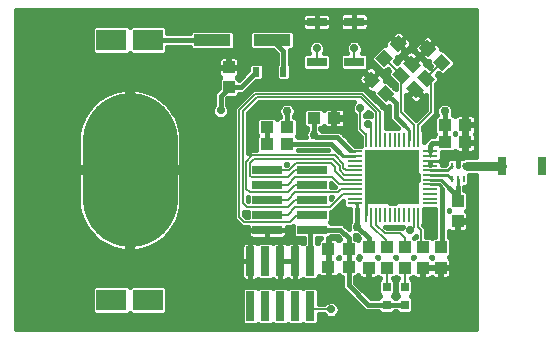
<source format=gtl>
G75*
G70*
%OFA0B0*%
%FSLAX24Y24*%
%IPPOS*%
%LPD*%
%AMOC8*
5,1,8,0,0,1.08239X$1,22.5*
%
%ADD10R,0.0512X0.0089*%
%ADD11R,0.1835X0.1835*%
%ADD12R,0.0089X0.0512*%
%ADD13R,0.0433X0.0394*%
%ADD14R,0.0394X0.0433*%
%ADD15R,0.0472X0.0394*%
%ADD16R,0.0248X0.0327*%
%ADD17R,0.0315X0.0315*%
%ADD18R,0.0291X0.0990*%
%ADD19R,0.0990X0.0291*%
%ADD20R,0.0098X0.0217*%
%ADD21R,0.0315X0.0630*%
%ADD22R,0.1240X0.0394*%
%ADD23R,0.1000X0.0700*%
%ADD24C,0.3150*%
%ADD25R,0.0669X0.0315*%
%ADD26C,0.0160*%
%ADD27C,0.0090*%
%ADD28C,0.0290*%
%ADD29C,0.0060*%
%ADD30C,0.0300*%
%ADD31C,0.0100*%
%ADD32C,0.0120*%
%ADD33C,0.0300*%
D10*
X011482Y006116D03*
X011482Y005959D03*
X011482Y005801D03*
X011482Y005644D03*
X011482Y005486D03*
X011482Y005329D03*
X011482Y005171D03*
X011482Y005014D03*
X011482Y004856D03*
X011482Y004699D03*
X011482Y004541D03*
X011482Y004384D03*
X013978Y004384D03*
X013978Y004541D03*
X013978Y004699D03*
X013978Y004856D03*
X013978Y005014D03*
X013978Y005171D03*
X013978Y005329D03*
X013978Y005486D03*
X013978Y005644D03*
X013978Y005801D03*
X013978Y005959D03*
X013978Y006116D03*
D11*
X012730Y005250D03*
D12*
X011864Y004002D03*
X012021Y004002D03*
X012179Y004002D03*
X012336Y004002D03*
X012494Y004002D03*
X012651Y004002D03*
X012809Y004002D03*
X012966Y004002D03*
X013124Y004002D03*
X013281Y004002D03*
X013439Y004002D03*
X013596Y004002D03*
X013596Y006498D03*
X013439Y006498D03*
X013281Y006498D03*
X013124Y006498D03*
X012966Y006498D03*
X012809Y006498D03*
X012651Y006498D03*
X012494Y006498D03*
X012336Y006498D03*
X012179Y006498D03*
X012021Y006498D03*
X011864Y006498D03*
D13*
X014485Y006420D03*
X015155Y006420D03*
X010117Y007230D03*
X010787Y007230D03*
X009225Y006920D03*
X008555Y006920D03*
X008555Y006370D03*
X009225Y006370D03*
X014485Y007000D03*
X015155Y007000D03*
G36*
X012504Y008335D02*
X012809Y008030D01*
X012530Y007751D01*
X012225Y008056D01*
X012504Y008335D01*
G37*
G36*
X012030Y008809D02*
X012335Y008504D01*
X012056Y008225D01*
X011751Y008530D01*
X012030Y008809D01*
G37*
G36*
X013926Y009265D02*
X013621Y009570D01*
X013900Y009849D01*
X014205Y009544D01*
X013926Y009265D01*
G37*
G36*
X014400Y008791D02*
X014095Y009096D01*
X014374Y009375D01*
X014679Y009070D01*
X014400Y008791D01*
G37*
G36*
X012635Y009694D02*
X012940Y009999D01*
X013219Y009720D01*
X012914Y009415D01*
X012635Y009694D01*
G37*
G36*
X012161Y009220D02*
X012466Y009525D01*
X012745Y009246D01*
X012440Y008941D01*
X012161Y009220D01*
G37*
X011275Y002270D03*
X010605Y002270D03*
X011275Y002870D03*
X010605Y002870D03*
D14*
X011940Y002915D03*
X011940Y002245D03*
X013740Y002245D03*
X013740Y002915D03*
X014340Y002915D03*
X014340Y002245D03*
X007277Y008248D03*
X007277Y008918D03*
X012540Y002245D03*
X012540Y002915D03*
X013140Y002245D03*
X013140Y002915D03*
X014910Y004465D03*
X014910Y003795D03*
D15*
G36*
X013831Y008860D02*
X014164Y008527D01*
X013885Y008248D01*
X013552Y008581D01*
X013831Y008860D01*
G37*
G36*
X013357Y009334D02*
X013690Y009001D01*
X013411Y008722D01*
X013078Y009055D01*
X013357Y009334D01*
G37*
G36*
X012995Y008972D02*
X013328Y008639D01*
X013049Y008360D01*
X012716Y008693D01*
X012995Y008972D01*
G37*
G36*
X013469Y008498D02*
X013802Y008165D01*
X013523Y007886D01*
X013190Y008219D01*
X013469Y008498D01*
G37*
D16*
X008197Y008768D03*
X009103Y008768D03*
D17*
X012540Y001595D03*
X012540Y001005D03*
X013140Y001595D03*
X013140Y001005D03*
D18*
X010000Y000965D03*
X009500Y000965D03*
X009000Y000965D03*
X008500Y000965D03*
X008000Y000965D03*
X008000Y002455D03*
X008500Y002455D03*
X009000Y002455D03*
X009500Y002455D03*
X010000Y002455D03*
D19*
X008565Y003500D03*
X008565Y004000D03*
X008565Y004500D03*
X008565Y005000D03*
X008565Y005500D03*
X010055Y005500D03*
X010055Y005000D03*
X010055Y004500D03*
X010055Y004000D03*
X010055Y003500D03*
D20*
X014713Y005634D03*
X014910Y005634D03*
X015107Y005634D03*
X014713Y005182D03*
X014910Y005182D03*
X015107Y005182D03*
D21*
X016394Y005635D03*
X017732Y005635D03*
D22*
X006736Y009830D03*
X008724Y009830D03*
D23*
X004590Y009831D03*
X004590Y001169D03*
X003370Y009831D03*
X003370Y001169D03*
D24*
X003980Y004516D02*
X003980Y006484D01*
D25*
X011460Y010439D03*
X011460Y009101D03*
X010210Y010429D03*
X010210Y009091D03*
D26*
X008555Y006920D02*
X008555Y006370D01*
X009225Y006370D02*
X010685Y006370D01*
X010945Y006110D01*
X007930Y004451D02*
X007910Y004470D01*
X007910Y004584D01*
X007914Y004580D01*
X007930Y004580D01*
X007930Y004451D01*
X011418Y007711D02*
X011375Y007607D01*
X011375Y007493D01*
X011418Y007389D01*
X011490Y007317D01*
X011490Y006800D01*
X011590Y006700D01*
X011679Y006610D01*
X011679Y006301D01*
X011559Y006301D01*
X011559Y006301D01*
X011490Y006301D01*
X011110Y006681D01*
X011110Y006681D01*
X010981Y006810D01*
X010376Y006810D01*
X010364Y006840D01*
X010338Y006866D01*
X010338Y006893D01*
X010392Y006893D01*
X010446Y006948D01*
X010450Y006941D01*
X010478Y006913D01*
X010512Y006893D01*
X010550Y006883D01*
X010768Y006883D01*
X010768Y007212D01*
X010805Y007212D01*
X010805Y006883D01*
X011023Y006883D01*
X011061Y006893D01*
X011095Y006913D01*
X011123Y006941D01*
X011143Y006975D01*
X011153Y007013D01*
X011153Y007212D01*
X010805Y007212D01*
X010805Y007248D01*
X011153Y007248D01*
X011153Y007447D01*
X011143Y007485D01*
X011123Y007519D01*
X011095Y007547D01*
X011061Y007567D01*
X011023Y007577D01*
X010805Y007577D01*
X010805Y007248D01*
X010768Y007248D01*
X010768Y007577D01*
X010550Y007577D01*
X010512Y007567D01*
X010478Y007547D01*
X010450Y007519D01*
X010446Y007512D01*
X010392Y007567D01*
X009843Y007567D01*
X009761Y007485D01*
X009761Y006975D01*
X009843Y006893D01*
X009898Y006893D01*
X009898Y006866D01*
X009872Y006840D01*
X009828Y006734D01*
X009828Y006618D01*
X009840Y006590D01*
X009581Y006590D01*
X009581Y006625D01*
X009561Y006645D01*
X009581Y006665D01*
X009581Y007175D01*
X009499Y007257D01*
X009445Y007257D01*
X009445Y007265D01*
X009466Y007286D01*
X009510Y007392D01*
X009510Y007508D01*
X009466Y007614D01*
X009384Y007696D01*
X009278Y007740D01*
X009162Y007740D01*
X009056Y007696D01*
X008974Y007614D01*
X008930Y007508D01*
X008930Y007392D01*
X008974Y007286D01*
X009003Y007257D01*
X008950Y007257D01*
X008890Y007197D01*
X008830Y007257D01*
X008281Y007257D01*
X008199Y007175D01*
X008199Y006665D01*
X008219Y006645D01*
X008199Y006625D01*
X008199Y006150D01*
X008000Y006150D01*
X007910Y006060D01*
X007910Y007380D01*
X008280Y007750D01*
X011457Y007750D01*
X011418Y007711D01*
X009581Y006150D02*
X010594Y006150D01*
X010594Y006150D01*
X009581Y006150D01*
X009581Y006150D01*
X009200Y005670D02*
X009200Y005690D01*
X009230Y005690D01*
X009210Y005670D01*
X009200Y005670D01*
X010690Y005049D02*
X010820Y004920D01*
X010690Y004920D01*
X010690Y005049D01*
X011086Y004281D02*
X011168Y004199D01*
X011320Y004199D01*
X011320Y003768D01*
X011276Y003662D01*
X011276Y003546D01*
X011284Y003527D01*
X011220Y003591D01*
X011091Y003720D01*
X010674Y003720D01*
X010644Y003750D01*
X010690Y003796D01*
X010690Y004080D01*
X010710Y004080D01*
X011086Y004456D01*
X011086Y004281D01*
X010991Y003198D02*
X010946Y003152D01*
X010942Y003159D01*
X010914Y003187D01*
X010880Y003207D01*
X010842Y003217D01*
X010624Y003217D01*
X010624Y002888D01*
X010587Y002888D01*
X010587Y003214D01*
X010608Y003214D01*
X010674Y003280D01*
X010909Y003280D01*
X010991Y003198D01*
X011508Y003314D02*
X011545Y003314D01*
X011636Y003222D01*
X011603Y003189D01*
X011603Y003153D01*
X011549Y003207D01*
X011495Y003207D01*
X011495Y003316D01*
X011489Y003322D01*
X011508Y003314D01*
X010690Y004580D02*
X010730Y004580D01*
X010690Y004541D01*
X010690Y004580D01*
X007820Y004080D02*
X007930Y004080D01*
X007930Y003930D01*
X007870Y003930D01*
X007790Y004010D01*
X007790Y004110D01*
X007820Y004080D01*
X012010Y007291D02*
X011977Y007305D01*
X011863Y007305D01*
X011830Y007291D01*
X011830Y007317D01*
X011902Y007389D01*
X011922Y007438D01*
X012010Y007350D01*
X012010Y007291D01*
X011658Y002586D02*
X011651Y002582D01*
X011623Y002554D01*
X011615Y002541D01*
X011586Y002570D01*
X011630Y002614D01*
X011658Y002586D01*
X010963Y002570D02*
X010946Y002552D01*
X010942Y002559D01*
X010931Y002570D01*
X010942Y002581D01*
X010946Y002588D01*
X010963Y002570D01*
X010624Y002523D02*
X010624Y002288D01*
X010587Y002288D01*
X010587Y002852D01*
X010624Y002852D01*
X010624Y002523D01*
X009204Y002455D02*
X009000Y002455D01*
X009000Y002455D01*
X009500Y002455D01*
X009500Y002455D01*
X009204Y002455D01*
X015173Y006767D02*
X015173Y006438D01*
X015136Y006438D01*
X015136Y006982D01*
X015173Y006982D01*
X015173Y006767D01*
X013440Y003226D02*
X013439Y003227D01*
X013442Y003228D01*
X013440Y003226D01*
X013530Y003271D02*
X013517Y003271D01*
X013530Y003285D01*
X013530Y003271D01*
X012549Y003606D02*
X013073Y003606D01*
X013050Y003551D01*
X013049Y003552D01*
X012547Y003552D01*
X012493Y003606D01*
X012549Y003606D01*
X012650Y005170D02*
X012810Y005170D01*
X012810Y004398D01*
X012650Y004398D01*
X012650Y005170D01*
X012810Y005170D02*
X012810Y005330D01*
X013582Y005330D01*
X013582Y005170D01*
X012810Y005170D01*
X013978Y005774D02*
X013978Y005774D01*
X013978Y005671D01*
X013978Y005671D01*
X013978Y005774D01*
X012810Y005330D02*
X012650Y005330D01*
X012650Y006102D01*
X012810Y006102D01*
X012810Y005330D01*
X012650Y005330D02*
X012650Y005170D01*
X011878Y005170D01*
X011878Y005330D01*
X012650Y005330D01*
X014818Y006709D02*
X014814Y006702D01*
X014807Y006710D01*
X014814Y006718D01*
X014818Y006711D01*
X014819Y006710D01*
X014818Y006709D01*
X014029Y002582D02*
X014022Y002586D01*
X014040Y002603D01*
X014058Y002586D01*
X014051Y002582D01*
X014040Y002571D01*
X014029Y002582D01*
X013993Y002227D02*
X013758Y002227D01*
X013758Y002264D01*
X014322Y002264D01*
X014322Y002227D01*
X013993Y002227D01*
X010360Y003214D02*
X010331Y003207D01*
X010297Y003187D01*
X010269Y003159D01*
X010249Y003125D01*
X010239Y003087D01*
X010239Y003055D01*
X010220Y003074D01*
X010220Y003214D01*
X010360Y003214D01*
X012758Y001300D02*
X012837Y001380D01*
X012837Y001811D01*
X012759Y001889D01*
X012795Y001889D01*
X012840Y001934D01*
X012885Y001889D01*
X012921Y001889D01*
X012843Y001811D01*
X012843Y001380D01*
X012922Y001300D01*
X012847Y001225D01*
X012833Y001225D01*
X012758Y001300D01*
X014172Y009789D02*
X013939Y009557D01*
X013913Y009583D01*
X014146Y009815D01*
X013992Y009969D01*
X013957Y009989D01*
X013919Y009999D01*
X013880Y009999D01*
X013842Y009989D01*
X013807Y009969D01*
X013667Y009829D01*
X013913Y009583D01*
X013887Y009557D01*
X013641Y009803D01*
X013501Y009663D01*
X013481Y009628D01*
X013471Y009590D01*
X013471Y009551D01*
X013481Y009513D01*
X013501Y009478D01*
X013655Y009324D01*
X013887Y009557D01*
X013913Y009531D01*
X013681Y009298D01*
X013835Y009144D01*
X013869Y009125D01*
X013908Y009114D01*
X013947Y009114D01*
X013954Y009116D01*
X013954Y009039D01*
X014028Y008965D01*
X013976Y008913D01*
X013888Y009001D01*
X013841Y009001D01*
X013841Y009019D01*
X013830Y009058D01*
X013811Y009092D01*
X013643Y009260D01*
X013410Y009028D01*
X013384Y009054D01*
X013617Y009286D01*
X013449Y009454D01*
X013414Y009474D01*
X013376Y009484D01*
X013337Y009484D01*
X013299Y009474D01*
X013264Y009454D01*
X013124Y009314D01*
X013384Y009054D01*
X013358Y009028D01*
X013098Y009288D01*
X012958Y009148D01*
X012938Y009113D01*
X012938Y009112D01*
X012937Y009112D01*
X012877Y009052D01*
X012812Y009116D01*
X012886Y009189D01*
X012886Y009266D01*
X012893Y009264D01*
X012932Y009264D01*
X012971Y009275D01*
X013005Y009294D01*
X013159Y009448D01*
X012927Y009681D01*
X012953Y009707D01*
X013185Y009474D01*
X013339Y009628D01*
X013359Y009663D01*
X013369Y009701D01*
X013369Y009740D01*
X013359Y009778D01*
X013339Y009813D01*
X013199Y009953D01*
X012953Y009707D01*
X012927Y009733D01*
X013173Y009979D01*
X013033Y010119D01*
X012998Y010139D01*
X012960Y010149D01*
X012921Y010149D01*
X012883Y010139D01*
X012848Y010119D01*
X012694Y009965D01*
X012927Y009733D01*
X012901Y009707D01*
X012668Y009939D01*
X012514Y009785D01*
X012495Y009751D01*
X012484Y009712D01*
X012484Y009673D01*
X012486Y009666D01*
X012409Y009666D01*
X012021Y009277D01*
X012021Y009161D01*
X012381Y008801D01*
X012497Y008801D01*
X012572Y008876D01*
X012636Y008811D01*
X012576Y008752D01*
X012576Y008636D01*
X012852Y008359D01*
X012852Y008184D01*
X012561Y008476D01*
X012484Y008476D01*
X012486Y008483D01*
X012486Y008522D01*
X012475Y008561D01*
X012456Y008595D01*
X012302Y008749D01*
X012069Y008517D01*
X012043Y008543D01*
X012276Y008775D01*
X012122Y008929D01*
X012087Y008949D01*
X012049Y008959D01*
X012010Y008959D01*
X011972Y008949D01*
X011937Y008929D01*
X011935Y008926D01*
X011935Y009316D01*
X011853Y009398D01*
X011706Y009398D01*
X011745Y009493D01*
X011745Y009607D01*
X011702Y009711D01*
X011621Y009792D01*
X011517Y009835D01*
X011403Y009835D01*
X011299Y009792D01*
X011218Y009711D01*
X011175Y009607D01*
X011175Y009493D01*
X011214Y009398D01*
X011067Y009398D01*
X010985Y009316D01*
X010985Y008885D01*
X011067Y008803D01*
X011812Y008803D01*
X011797Y008789D01*
X012043Y008543D01*
X012017Y008517D01*
X011771Y008763D01*
X011631Y008623D01*
X011611Y008588D01*
X011601Y008550D01*
X011601Y008511D01*
X011611Y008473D01*
X011631Y008438D01*
X011785Y008284D01*
X012017Y008517D01*
X012043Y008491D01*
X011811Y008258D01*
X011965Y008104D01*
X011999Y008085D01*
X012038Y008074D01*
X012077Y008074D01*
X012084Y008076D01*
X012084Y007999D01*
X012473Y007611D01*
X012589Y007611D01*
X012613Y007636D01*
X012620Y007629D01*
X012620Y007184D01*
X012906Y006898D01*
X012906Y006897D01*
X012909Y006894D01*
X012506Y006894D01*
X012506Y007504D01*
X011900Y008110D01*
X011800Y008210D01*
X008090Y008210D01*
X007450Y007570D01*
X007450Y003870D01*
X007550Y003770D01*
X007550Y003770D01*
X007630Y003690D01*
X007630Y003690D01*
X007730Y003590D01*
X007920Y003590D01*
X007920Y003500D01*
X008565Y003500D01*
X008565Y003500D01*
X007920Y003500D01*
X007920Y003335D01*
X007930Y003296D01*
X007950Y003262D01*
X007978Y003234D01*
X008012Y003215D01*
X008050Y003204D01*
X008565Y003204D01*
X008565Y003500D01*
X008565Y003500D01*
X008565Y003204D01*
X009080Y003204D01*
X009118Y003215D01*
X009152Y003234D01*
X009180Y003262D01*
X009200Y003296D01*
X009210Y003335D01*
X009210Y003500D01*
X008565Y003500D01*
X008565Y003500D01*
X009210Y003500D01*
X009210Y003590D01*
X009380Y003590D01*
X009420Y003630D01*
X009420Y003296D01*
X009502Y003214D01*
X009780Y003214D01*
X009780Y003074D01*
X009757Y003051D01*
X009738Y003070D01*
X009704Y003090D01*
X009665Y003100D01*
X009500Y003100D01*
X009500Y002455D01*
X009500Y002455D01*
X009500Y003100D01*
X009335Y003100D01*
X009296Y003090D01*
X009262Y003070D01*
X009250Y003058D01*
X009238Y003070D01*
X009204Y003090D01*
X009165Y003100D01*
X009000Y003100D01*
X009000Y002455D01*
X009000Y002455D01*
X009000Y003100D01*
X008835Y003100D01*
X008796Y003090D01*
X008762Y003070D01*
X008743Y003051D01*
X008704Y003090D01*
X008296Y003090D01*
X008257Y003051D01*
X008238Y003070D01*
X008204Y003090D01*
X008165Y003100D01*
X008000Y003100D01*
X008000Y002455D01*
X008000Y002455D01*
X008000Y003100D01*
X007835Y003100D01*
X007796Y003090D01*
X007762Y003070D01*
X007734Y003042D01*
X007715Y003008D01*
X007704Y002970D01*
X007704Y002455D01*
X008000Y002455D01*
X008000Y002455D01*
X007704Y002455D01*
X007704Y001940D01*
X007715Y001902D01*
X007734Y001868D01*
X007762Y001840D01*
X007796Y001820D01*
X007835Y001810D01*
X008000Y001810D01*
X008000Y002455D01*
X008000Y002455D01*
X008000Y001810D01*
X008165Y001810D01*
X008204Y001820D01*
X008238Y001840D01*
X008257Y001859D01*
X008296Y001820D01*
X008704Y001820D01*
X008743Y001859D01*
X008762Y001840D01*
X008796Y001820D01*
X008835Y001810D01*
X009000Y001810D01*
X009000Y002455D01*
X009000Y002455D01*
X009000Y001810D01*
X009165Y001810D01*
X009204Y001820D01*
X009238Y001840D01*
X009250Y001852D01*
X009262Y001840D01*
X009296Y001820D01*
X009335Y001810D01*
X009500Y001810D01*
X009500Y002455D01*
X009500Y002455D01*
X009500Y001810D01*
X009665Y001810D01*
X009704Y001820D01*
X009738Y001840D01*
X009757Y001859D01*
X009796Y001820D01*
X010204Y001820D01*
X010286Y001902D01*
X010286Y001964D01*
X010297Y001953D01*
X010331Y001933D01*
X010369Y001923D01*
X010587Y001923D01*
X010587Y002252D01*
X010624Y002252D01*
X010624Y001923D01*
X010842Y001923D01*
X010880Y001933D01*
X010914Y001953D01*
X010942Y001981D01*
X010946Y001988D01*
X011000Y001933D01*
X011055Y001933D01*
X011055Y001564D01*
X011705Y000914D01*
X011834Y000785D01*
X012247Y000785D01*
X012325Y000707D01*
X012755Y000707D01*
X012833Y000785D01*
X012847Y000785D01*
X012925Y000707D01*
X013355Y000707D01*
X013437Y000789D01*
X013437Y001220D01*
X013358Y001300D01*
X013437Y001380D01*
X013437Y001811D01*
X013359Y001889D01*
X013395Y001889D01*
X013433Y001927D01*
X013451Y001909D01*
X013485Y001889D01*
X013523Y001879D01*
X013722Y001879D01*
X013722Y002227D01*
X013758Y002227D01*
X013758Y001879D01*
X013957Y001879D01*
X013995Y001889D01*
X014029Y001909D01*
X014040Y001920D01*
X014051Y001909D01*
X014085Y001889D01*
X014123Y001879D01*
X014322Y001879D01*
X014322Y002227D01*
X014358Y002227D01*
X014358Y001879D01*
X014557Y001879D01*
X014595Y001889D01*
X014629Y001909D01*
X014657Y001937D01*
X014677Y001971D01*
X014687Y002009D01*
X014687Y002227D01*
X014358Y002227D01*
X014358Y002264D01*
X014687Y002264D01*
X014687Y002482D01*
X014677Y002520D01*
X014657Y002554D01*
X014629Y002582D01*
X014622Y002586D01*
X014677Y002640D01*
X014677Y003189D01*
X014606Y003260D01*
X014606Y003474D01*
X014621Y003459D01*
X014655Y003439D01*
X014693Y003429D01*
X014892Y003429D01*
X014892Y003777D01*
X014928Y003777D01*
X014928Y003429D01*
X015127Y003429D01*
X015165Y003439D01*
X015199Y003459D01*
X015227Y003487D01*
X015247Y003521D01*
X015257Y003559D01*
X015257Y003777D01*
X014928Y003777D01*
X014928Y003814D01*
X015257Y003814D01*
X015257Y004032D01*
X015247Y004070D01*
X015227Y004104D01*
X015199Y004132D01*
X015192Y004136D01*
X015247Y004190D01*
X015247Y004739D01*
X015165Y004821D01*
X015130Y004821D01*
X015130Y004933D01*
X015214Y004933D01*
X015296Y005015D01*
X015296Y005345D01*
X015525Y005345D01*
X015525Y000180D01*
X000180Y000180D01*
X000180Y010820D01*
X015525Y010820D01*
X015525Y005925D01*
X015177Y005925D01*
X015075Y005883D01*
X015016Y005883D01*
X014979Y005893D01*
X014910Y005893D01*
X014910Y005634D01*
X014910Y005634D01*
X014910Y005893D01*
X014841Y005893D01*
X014804Y005883D01*
X014606Y005883D01*
X014524Y005801D01*
X014524Y005707D01*
X014488Y005671D01*
X014384Y005671D01*
X014384Y005708D01*
X014380Y005722D01*
X014384Y005737D01*
X014384Y005801D01*
X014333Y005801D01*
X014333Y005801D01*
X014384Y005801D01*
X014384Y005865D01*
X014374Y005903D01*
X014374Y006083D01*
X014760Y006083D01*
X014814Y006138D01*
X014818Y006131D01*
X014846Y006103D01*
X014880Y006083D01*
X014918Y006073D01*
X015136Y006073D01*
X015136Y006402D01*
X015173Y006402D01*
X015173Y006073D01*
X015391Y006073D01*
X015429Y006083D01*
X015463Y006103D01*
X015491Y006131D01*
X015511Y006165D01*
X015521Y006203D01*
X015521Y006402D01*
X015173Y006402D01*
X015173Y006438D01*
X015521Y006438D01*
X015521Y006637D01*
X015511Y006675D01*
X015491Y006709D01*
X015490Y006710D01*
X015491Y006711D01*
X015511Y006745D01*
X015521Y006783D01*
X015521Y006982D01*
X015173Y006982D01*
X015173Y007018D01*
X015521Y007018D01*
X015521Y007217D01*
X015511Y007255D01*
X015491Y007289D01*
X015463Y007317D01*
X015429Y007337D01*
X015391Y007347D01*
X015173Y007347D01*
X015173Y007018D01*
X015136Y007018D01*
X015136Y007347D01*
X014918Y007347D01*
X014880Y007337D01*
X014846Y007317D01*
X014818Y007289D01*
X014814Y007282D01*
X014760Y007337D01*
X014747Y007337D01*
X014770Y007392D01*
X014770Y007508D01*
X014726Y007614D01*
X014644Y007696D01*
X014538Y007740D01*
X014422Y007740D01*
X014316Y007696D01*
X014234Y007614D01*
X014190Y007508D01*
X014190Y007392D01*
X014213Y007337D01*
X014211Y007337D01*
X014129Y007255D01*
X014129Y006745D01*
X014164Y006710D01*
X014129Y006675D01*
X014129Y006623D01*
X014065Y006620D01*
X013979Y006620D01*
X013975Y006616D01*
X013968Y006615D01*
X013911Y006552D01*
X013887Y006528D01*
X013781Y006422D01*
X013781Y006812D01*
X013770Y006822D01*
X013770Y006930D01*
X014090Y007250D01*
X014190Y007350D01*
X014190Y008355D01*
X014304Y008468D01*
X014304Y008584D01*
X014216Y008672D01*
X014269Y008725D01*
X014343Y008651D01*
X014459Y008651D01*
X014819Y009011D01*
X014819Y009127D01*
X014431Y009516D01*
X014354Y009516D01*
X014356Y009523D01*
X014356Y009562D01*
X014345Y009601D01*
X014326Y009635D01*
X014172Y009789D01*
X009735Y009306D02*
X009735Y008875D01*
X009817Y008793D01*
X010603Y008793D01*
X010685Y008875D01*
X010685Y009306D01*
X010603Y009388D01*
X010451Y009388D01*
X010452Y009389D01*
X010495Y009493D01*
X010495Y009607D01*
X010452Y009711D01*
X010371Y009792D01*
X010267Y009835D01*
X010153Y009835D01*
X010049Y009792D01*
X009968Y009711D01*
X009925Y009607D01*
X009925Y009493D01*
X009968Y009389D01*
X009969Y009388D01*
X009817Y009388D01*
X009735Y009306D01*
X005705Y005420D02*
X004060Y005420D01*
X004060Y005580D01*
X005705Y005580D01*
X005705Y006560D01*
X005692Y006710D01*
X005666Y006858D01*
X005627Y007003D01*
X005575Y007145D01*
X005511Y007281D01*
X005436Y007412D01*
X005350Y007535D01*
X005253Y007651D01*
X005146Y007757D01*
X005031Y007854D01*
X004908Y007940D01*
X004777Y008016D01*
X004641Y008079D01*
X004499Y008131D01*
X004354Y008170D01*
X004205Y008196D01*
X004060Y008209D01*
X004060Y005580D01*
X003900Y005580D01*
X003900Y008209D01*
X003755Y008196D01*
X003606Y008170D01*
X003461Y008131D01*
X003319Y008079D01*
X003183Y008016D01*
X003052Y007940D01*
X002929Y007854D01*
X002814Y007757D01*
X002707Y007651D01*
X002610Y007535D01*
X002524Y007412D01*
X002449Y007281D01*
X002385Y007145D01*
X002333Y007003D01*
X002294Y006858D01*
X002268Y006710D01*
X002255Y006560D01*
X002255Y005580D01*
X003900Y005580D01*
X003900Y005420D01*
X002255Y005420D01*
X002255Y004440D01*
X002268Y004290D01*
X002294Y004142D01*
X002333Y003997D01*
X002385Y003855D01*
X002449Y003719D01*
X002524Y003588D01*
X002610Y003465D01*
X002707Y003349D01*
X002814Y003243D01*
X002929Y003146D01*
X003052Y003060D01*
X003183Y002984D01*
X003319Y002921D01*
X003461Y002869D01*
X003606Y002830D01*
X003755Y002804D01*
X003900Y002791D01*
X003900Y005420D01*
X004060Y005420D01*
X004060Y002791D01*
X004205Y002804D01*
X004354Y002830D01*
X004499Y002869D01*
X004641Y002921D01*
X004777Y002984D01*
X004908Y003060D01*
X005031Y003146D01*
X005146Y003243D01*
X005253Y003349D01*
X005350Y003465D01*
X005436Y003588D01*
X005511Y003719D01*
X005575Y003855D01*
X005627Y003997D01*
X005666Y004142D01*
X005692Y004290D01*
X005705Y004440D01*
X005705Y005420D01*
X007496Y009575D02*
X007496Y010085D01*
X007414Y010167D01*
X006058Y010167D01*
X005976Y010085D01*
X005976Y010051D01*
X005230Y010051D01*
X005230Y010239D01*
X005148Y010321D01*
X004032Y010321D01*
X003980Y010268D01*
X003928Y010321D01*
X002812Y010321D01*
X002730Y010239D01*
X002730Y009423D01*
X002812Y009341D01*
X003928Y009341D01*
X003980Y009393D01*
X004032Y009341D01*
X005148Y009341D01*
X005230Y009423D01*
X005230Y009611D01*
X005976Y009611D01*
X005976Y009575D01*
X006058Y009493D01*
X007414Y009493D01*
X007496Y009575D01*
X009796Y000330D02*
X010204Y000330D01*
X010286Y000412D01*
X010286Y000680D01*
X010459Y000680D01*
X010531Y000608D01*
X010636Y000565D01*
X010749Y000565D01*
X010854Y000608D01*
X010934Y000689D01*
X010977Y000793D01*
X010977Y000907D01*
X010934Y001011D01*
X010854Y001092D01*
X010749Y001135D01*
X010636Y001135D01*
X010531Y001092D01*
X010459Y001020D01*
X010286Y001020D01*
X010286Y001518D01*
X010204Y001600D01*
X009796Y001600D01*
X009750Y001554D01*
X009704Y001600D01*
X009296Y001600D01*
X009250Y001554D01*
X009204Y001600D01*
X008796Y001600D01*
X008750Y001554D01*
X008704Y001600D01*
X008296Y001600D01*
X008250Y001554D01*
X008204Y001600D01*
X007796Y001600D01*
X007714Y001518D01*
X007714Y000412D01*
X007796Y000330D01*
X008204Y000330D01*
X008250Y000376D01*
X008296Y000330D01*
X008704Y000330D01*
X008750Y000376D01*
X008796Y000330D01*
X009204Y000330D01*
X009250Y000376D01*
X009296Y000330D01*
X009704Y000330D01*
X009750Y000376D01*
X009796Y000330D01*
X009367Y008547D02*
X009367Y008989D01*
X009323Y009033D01*
X009323Y009493D01*
X009402Y009493D01*
X009484Y009575D01*
X009484Y010085D01*
X009402Y010167D01*
X008046Y010167D01*
X007964Y010085D01*
X007964Y009575D01*
X008046Y009493D01*
X008750Y009493D01*
X008883Y009360D01*
X008883Y009033D01*
X008839Y008989D01*
X008839Y008547D01*
X008921Y008465D01*
X009285Y008465D01*
X009367Y008547D01*
X006930Y008936D02*
X007259Y008936D01*
X007259Y008899D01*
X006930Y008899D01*
X006930Y008681D01*
X006940Y008643D01*
X006960Y008609D01*
X006988Y008581D01*
X006995Y008577D01*
X006940Y008523D01*
X006940Y008223D01*
X006916Y008198D01*
X006787Y008069D01*
X006787Y007663D01*
X006765Y007641D01*
X006722Y007537D01*
X006722Y007423D01*
X006765Y007319D01*
X006846Y007238D01*
X006950Y007195D01*
X007064Y007195D01*
X007168Y007238D01*
X007249Y007319D01*
X007292Y007423D01*
X007292Y007537D01*
X007249Y007641D01*
X007227Y007663D01*
X007227Y007887D01*
X007232Y007892D01*
X007532Y007892D01*
X007614Y007974D01*
X007614Y008028D01*
X007769Y008028D01*
X007898Y008157D01*
X008205Y008465D01*
X008379Y008465D01*
X008461Y008547D01*
X008461Y008989D01*
X008379Y009071D01*
X008015Y009071D01*
X007933Y008989D01*
X007933Y008815D01*
X007614Y008496D01*
X007614Y008523D01*
X007559Y008577D01*
X007566Y008581D01*
X007594Y008609D01*
X007614Y008643D01*
X007624Y008681D01*
X007624Y008899D01*
X007295Y008899D01*
X007295Y008936D01*
X007624Y008936D01*
X007624Y009154D01*
X007614Y009192D01*
X007594Y009226D01*
X007566Y009254D01*
X007532Y009274D01*
X007494Y009284D01*
X007295Y009284D01*
X007295Y008936D01*
X007259Y008936D01*
X007259Y009284D01*
X007060Y009284D01*
X007022Y009274D01*
X006988Y009254D01*
X006960Y009226D01*
X006940Y009192D01*
X006930Y009154D01*
X006930Y008936D01*
X005230Y000761D02*
X005230Y001577D01*
X005148Y001659D01*
X004032Y001659D01*
X003980Y001607D01*
X003928Y001659D01*
X002812Y001659D01*
X002730Y001577D01*
X002730Y000761D01*
X002812Y000679D01*
X003928Y000679D01*
X003980Y000732D01*
X004032Y000679D01*
X005148Y000679D01*
X005230Y000761D01*
X011460Y010132D02*
X011460Y010439D01*
X011460Y010439D01*
X011460Y010132D01*
X011814Y010132D01*
X011853Y010142D01*
X011887Y010162D01*
X011915Y010190D01*
X011934Y010224D01*
X011945Y010262D01*
X011945Y010439D01*
X011460Y010439D01*
X011460Y010439D01*
X011945Y010439D01*
X011945Y010617D01*
X011934Y010655D01*
X011915Y010689D01*
X011887Y010717D01*
X011853Y010737D01*
X011814Y010747D01*
X011460Y010747D01*
X011460Y010439D01*
X011460Y010439D01*
X011460Y010747D01*
X011106Y010747D01*
X011067Y010737D01*
X011033Y010717D01*
X011005Y010689D01*
X010986Y010655D01*
X010975Y010617D01*
X010975Y010439D01*
X011460Y010439D01*
X011460Y010439D01*
X010975Y010439D01*
X010975Y010262D01*
X010986Y010224D01*
X011005Y010190D01*
X011033Y010162D01*
X011067Y010142D01*
X011106Y010132D01*
X011460Y010132D01*
X010210Y010122D02*
X010210Y010429D01*
X010210Y010429D01*
X010210Y010122D01*
X010564Y010122D01*
X010603Y010132D01*
X010637Y010152D01*
X010665Y010180D01*
X010684Y010214D01*
X010695Y010252D01*
X010695Y010429D01*
X010210Y010429D01*
X010210Y010429D01*
X010695Y010429D01*
X010695Y010607D01*
X010684Y010645D01*
X010665Y010679D01*
X010637Y010707D01*
X010603Y010727D01*
X010564Y010737D01*
X010210Y010737D01*
X010210Y010429D01*
X010210Y010429D01*
X010210Y010737D01*
X009856Y010737D01*
X009817Y010727D01*
X009783Y010707D01*
X009755Y010679D01*
X009736Y010645D01*
X009725Y010607D01*
X009725Y010429D01*
X010210Y010429D01*
X010210Y010429D01*
X009725Y010429D01*
X009725Y010252D01*
X009736Y010214D01*
X009755Y010180D01*
X009783Y010152D01*
X009817Y010132D01*
X009856Y010122D01*
X010210Y010122D01*
X011495Y001746D02*
X011495Y001933D01*
X011549Y001933D01*
X011600Y001984D01*
X011603Y001971D01*
X011623Y001937D01*
X011651Y001909D01*
X011685Y001889D01*
X011723Y001879D01*
X011922Y001879D01*
X011922Y002227D01*
X011958Y002227D01*
X011958Y001879D01*
X012157Y001879D01*
X012195Y001889D01*
X012229Y001909D01*
X012247Y001927D01*
X012285Y001889D01*
X012321Y001889D01*
X012243Y001811D01*
X012243Y001380D01*
X012322Y001300D01*
X012247Y001225D01*
X012016Y001225D01*
X011495Y001746D01*
X013520Y007160D02*
X013192Y007488D01*
X013192Y008005D01*
X013237Y007960D01*
X013470Y008192D01*
X013496Y008166D01*
X013263Y007934D01*
X013431Y007766D01*
X013466Y007746D01*
X013504Y007736D01*
X013543Y007736D01*
X013581Y007746D01*
X013616Y007766D01*
X013756Y007906D01*
X013496Y008166D01*
X013522Y008192D01*
X013782Y007932D01*
X013850Y008001D01*
X013850Y007490D01*
X013520Y007160D01*
X013458Y002586D02*
X013451Y002582D01*
X013433Y002564D01*
X013417Y002580D01*
X013440Y002603D01*
X013458Y002586D01*
X012840Y002557D02*
X012817Y002580D01*
X012840Y002603D01*
X012863Y002580D01*
X012840Y002557D01*
X012247Y002564D02*
X012229Y002582D01*
X012222Y002586D01*
X012240Y002603D01*
X012263Y002580D01*
X012247Y002564D01*
X014085Y003271D02*
X014040Y003226D01*
X013995Y003271D01*
X013870Y003271D01*
X013870Y003570D01*
X013766Y003674D01*
X013781Y003688D01*
X013781Y004199D01*
X014166Y004199D01*
X014166Y003271D01*
X014085Y003271D01*
X014628Y004136D02*
X014621Y004132D01*
X014606Y004117D01*
X014606Y004157D01*
X014628Y004136D01*
X015525Y000317D02*
X000180Y000317D01*
X000180Y000476D02*
X007714Y000476D01*
X010286Y000476D02*
X015525Y000476D01*
X007714Y000634D02*
X000180Y000634D01*
X010286Y000634D02*
X010505Y000634D01*
X010879Y000634D02*
X015525Y000634D01*
X002730Y000793D02*
X000180Y000793D01*
X005230Y000793D02*
X007714Y000793D01*
X010977Y000793D02*
X011826Y000793D01*
X013437Y000793D02*
X015525Y000793D01*
X002730Y000951D02*
X000180Y000951D01*
X005230Y000951D02*
X007714Y000951D01*
X010959Y000951D02*
X011668Y000951D01*
X013437Y000951D02*
X015525Y000951D01*
X002730Y001110D02*
X000180Y001110D01*
X005230Y001110D02*
X007714Y001110D01*
X010286Y001110D02*
X010574Y001110D01*
X010811Y001110D02*
X011509Y001110D01*
X013437Y001110D02*
X015525Y001110D01*
X002730Y001268D02*
X000180Y001268D01*
X005230Y001268D02*
X007714Y001268D01*
X010286Y001268D02*
X011351Y001268D01*
X011973Y001268D02*
X012290Y001268D01*
X012790Y001268D02*
X012890Y001268D01*
X013390Y001268D02*
X015525Y001268D01*
X002730Y001427D02*
X000180Y001427D01*
X005230Y001427D02*
X007714Y001427D01*
X010286Y001427D02*
X011192Y001427D01*
X011815Y001427D02*
X012243Y001427D01*
X012837Y001427D02*
X012843Y001427D01*
X013437Y001427D02*
X015525Y001427D01*
X002737Y001585D02*
X000180Y001585D01*
X005223Y001585D02*
X007781Y001585D01*
X008219Y001585D02*
X008281Y001585D01*
X008719Y001585D02*
X008781Y001585D01*
X009219Y001585D02*
X009281Y001585D01*
X009719Y001585D02*
X009781Y001585D01*
X010219Y001585D02*
X011055Y001585D01*
X011656Y001585D02*
X012243Y001585D01*
X012837Y001585D02*
X012843Y001585D01*
X013437Y001585D02*
X015525Y001585D01*
X011055Y001744D02*
X000180Y001744D01*
X011498Y001744D02*
X012243Y001744D01*
X012837Y001744D02*
X012843Y001744D01*
X013437Y001744D02*
X015525Y001744D01*
X007715Y001902D02*
X000180Y001902D01*
X008000Y001902D02*
X008000Y001902D01*
X009000Y001902D02*
X009000Y001902D01*
X009500Y001902D02*
X009500Y001902D01*
X010286Y001902D02*
X011055Y001902D01*
X011495Y001902D02*
X011663Y001902D01*
X011922Y001902D02*
X011958Y001902D01*
X012217Y001902D02*
X012272Y001902D01*
X012808Y001902D02*
X012872Y001902D01*
X013408Y001902D02*
X013463Y001902D01*
X013722Y001902D02*
X013758Y001902D01*
X014017Y001902D02*
X014063Y001902D01*
X014322Y001902D02*
X014358Y001902D01*
X014617Y001902D02*
X015525Y001902D01*
X007704Y002061D02*
X000180Y002061D01*
X008000Y002061D02*
X008000Y002061D01*
X009000Y002061D02*
X009000Y002061D01*
X009500Y002061D02*
X009500Y002061D01*
X010587Y002061D02*
X010624Y002061D01*
X011922Y002061D02*
X011958Y002061D01*
X013722Y002061D02*
X013758Y002061D01*
X014322Y002061D02*
X014358Y002061D01*
X014687Y002061D02*
X015525Y002061D01*
X007704Y002219D02*
X000180Y002219D01*
X008000Y002219D02*
X008000Y002219D01*
X009000Y002219D02*
X009000Y002219D01*
X009500Y002219D02*
X009500Y002219D01*
X010587Y002219D02*
X010624Y002219D01*
X011922Y002219D02*
X011958Y002219D01*
X013722Y002219D02*
X013758Y002219D01*
X014322Y002219D02*
X014358Y002219D01*
X014687Y002219D02*
X015525Y002219D01*
X007704Y002378D02*
X000180Y002378D01*
X008000Y002378D02*
X008000Y002378D01*
X009000Y002378D02*
X009000Y002378D01*
X009500Y002378D02*
X009500Y002378D01*
X010587Y002378D02*
X010624Y002378D01*
X014687Y002378D02*
X015525Y002378D01*
X007704Y002536D02*
X000180Y002536D01*
X008000Y002536D02*
X008000Y002536D01*
X009000Y002536D02*
X009000Y002536D01*
X009500Y002536D02*
X009500Y002536D01*
X010587Y002536D02*
X010624Y002536D01*
X014667Y002536D02*
X015525Y002536D01*
X007704Y002695D02*
X000180Y002695D01*
X008000Y002695D02*
X008000Y002695D01*
X009000Y002695D02*
X009000Y002695D01*
X009500Y002695D02*
X009500Y002695D01*
X010587Y002695D02*
X010624Y002695D01*
X014677Y002695D02*
X015525Y002695D01*
X003521Y002853D02*
X000180Y002853D01*
X003900Y002853D02*
X004060Y002853D01*
X004439Y002853D02*
X007704Y002853D01*
X008000Y002853D02*
X008000Y002853D01*
X009000Y002853D02*
X009000Y002853D01*
X009500Y002853D02*
X009500Y002853D01*
X014677Y002853D02*
X015525Y002853D01*
X003136Y003012D02*
X000180Y003012D01*
X003900Y003012D02*
X004060Y003012D01*
X004824Y003012D02*
X007717Y003012D01*
X008000Y003012D02*
X008000Y003012D01*
X009000Y003012D02*
X009000Y003012D01*
X009500Y003012D02*
X009500Y003012D01*
X010587Y003012D02*
X010624Y003012D01*
X014677Y003012D02*
X015525Y003012D01*
X002900Y003170D02*
X000180Y003170D01*
X003900Y003170D02*
X004060Y003170D01*
X005060Y003170D02*
X009780Y003170D01*
X010220Y003170D02*
X010280Y003170D01*
X010587Y003170D02*
X010624Y003170D01*
X010931Y003170D02*
X010963Y003170D01*
X011586Y003170D02*
X011603Y003170D01*
X014677Y003170D02*
X015525Y003170D01*
X002728Y003329D02*
X000180Y003329D01*
X003900Y003329D02*
X004060Y003329D01*
X005232Y003329D02*
X007921Y003329D01*
X008565Y003329D02*
X008565Y003329D01*
X009208Y003329D02*
X009420Y003329D01*
X013870Y003329D02*
X014166Y003329D01*
X014606Y003329D02*
X015525Y003329D01*
X002595Y003487D02*
X000180Y003487D01*
X003900Y003487D02*
X004060Y003487D01*
X005365Y003487D02*
X007920Y003487D01*
X008565Y003487D02*
X008565Y003487D01*
X009210Y003487D02*
X009420Y003487D01*
X013870Y003487D02*
X014166Y003487D01*
X014892Y003487D02*
X014928Y003487D01*
X015227Y003487D02*
X015525Y003487D01*
X002491Y003646D02*
X000180Y003646D01*
X003900Y003646D02*
X004060Y003646D01*
X005469Y003646D02*
X007674Y003646D01*
X011166Y003646D02*
X011276Y003646D01*
X013795Y003646D02*
X014166Y003646D01*
X014892Y003646D02*
X014928Y003646D01*
X015257Y003646D02*
X015525Y003646D01*
X002409Y003804D02*
X000180Y003804D01*
X003900Y003804D02*
X004060Y003804D01*
X005551Y003804D02*
X007516Y003804D01*
X010690Y003804D02*
X011320Y003804D01*
X013781Y003804D02*
X014166Y003804D01*
X014928Y003804D02*
X015525Y003804D01*
X002346Y003963D02*
X000180Y003963D01*
X003900Y003963D02*
X004060Y003963D01*
X005614Y003963D02*
X007450Y003963D01*
X007838Y003963D02*
X007930Y003963D01*
X010690Y003963D02*
X011320Y003963D01*
X013781Y003963D02*
X014166Y003963D01*
X015257Y003963D02*
X015525Y003963D01*
X002300Y004121D02*
X000180Y004121D01*
X003900Y004121D02*
X004060Y004121D01*
X005660Y004121D02*
X007450Y004121D01*
X010751Y004121D02*
X011320Y004121D01*
X013781Y004121D02*
X014166Y004121D01*
X014606Y004121D02*
X014610Y004121D01*
X015210Y004121D02*
X015525Y004121D01*
X002270Y004280D02*
X000180Y004280D01*
X003900Y004280D02*
X004060Y004280D01*
X005690Y004280D02*
X007450Y004280D01*
X010910Y004280D02*
X011088Y004280D01*
X015247Y004280D02*
X015525Y004280D01*
X002255Y004438D02*
X000180Y004438D01*
X003900Y004438D02*
X004060Y004438D01*
X005705Y004438D02*
X007450Y004438D01*
X011068Y004438D02*
X011086Y004438D01*
X012650Y004438D02*
X012810Y004438D01*
X015247Y004438D02*
X015525Y004438D01*
X002255Y004597D02*
X000180Y004597D01*
X003900Y004597D02*
X004060Y004597D01*
X005705Y004597D02*
X007450Y004597D01*
X012650Y004597D02*
X012810Y004597D01*
X015247Y004597D02*
X015525Y004597D01*
X002255Y004755D02*
X000180Y004755D01*
X003900Y004755D02*
X004060Y004755D01*
X005705Y004755D02*
X007450Y004755D01*
X012650Y004755D02*
X012810Y004755D01*
X015231Y004755D02*
X015525Y004755D01*
X002255Y004914D02*
X000180Y004914D01*
X003900Y004914D02*
X004060Y004914D01*
X005705Y004914D02*
X007450Y004914D01*
X012650Y004914D02*
X012810Y004914D01*
X015130Y004914D02*
X015525Y004914D01*
X002255Y005072D02*
X000180Y005072D01*
X003900Y005072D02*
X004060Y005072D01*
X005705Y005072D02*
X007450Y005072D01*
X012650Y005072D02*
X012810Y005072D01*
X015296Y005072D02*
X015525Y005072D01*
X002255Y005231D02*
X000180Y005231D01*
X003900Y005231D02*
X004060Y005231D01*
X005705Y005231D02*
X007450Y005231D01*
X011878Y005231D02*
X012650Y005231D01*
X012810Y005231D02*
X013582Y005231D01*
X015296Y005231D02*
X015525Y005231D01*
X002255Y005389D02*
X000180Y005389D01*
X003900Y005389D02*
X004060Y005389D01*
X005705Y005389D02*
X007450Y005389D01*
X012650Y005389D02*
X012810Y005389D01*
X003900Y005548D02*
X000180Y005548D01*
X004060Y005548D02*
X007450Y005548D01*
X012650Y005548D02*
X012810Y005548D01*
X002255Y005706D02*
X000180Y005706D01*
X003900Y005706D02*
X004060Y005706D01*
X005705Y005706D02*
X007450Y005706D01*
X012650Y005706D02*
X012810Y005706D01*
X013978Y005706D02*
X013978Y005706D01*
X014384Y005706D02*
X014523Y005706D01*
X014910Y005706D02*
X014910Y005706D01*
X002255Y005865D02*
X000180Y005865D01*
X003900Y005865D02*
X004060Y005865D01*
X005705Y005865D02*
X007450Y005865D01*
X012650Y005865D02*
X012810Y005865D01*
X014384Y005865D02*
X014588Y005865D01*
X014910Y005865D02*
X014910Y005865D01*
X002255Y006023D02*
X000180Y006023D01*
X003900Y006023D02*
X004060Y006023D01*
X005705Y006023D02*
X007450Y006023D01*
X012650Y006023D02*
X012810Y006023D01*
X014374Y006023D02*
X015525Y006023D01*
X002255Y006182D02*
X000180Y006182D01*
X003900Y006182D02*
X004060Y006182D01*
X005705Y006182D02*
X007450Y006182D01*
X007910Y006182D02*
X008199Y006182D01*
X015136Y006182D02*
X015173Y006182D01*
X015515Y006182D02*
X015525Y006182D01*
X002255Y006340D02*
X000180Y006340D01*
X003900Y006340D02*
X004060Y006340D01*
X005705Y006340D02*
X007450Y006340D01*
X007910Y006340D02*
X008199Y006340D01*
X011451Y006340D02*
X011679Y006340D01*
X015136Y006340D02*
X015173Y006340D01*
X015521Y006340D02*
X015525Y006340D01*
X002255Y006499D02*
X000180Y006499D01*
X003900Y006499D02*
X004060Y006499D01*
X005705Y006499D02*
X007450Y006499D01*
X007910Y006499D02*
X008199Y006499D01*
X011293Y006499D02*
X011679Y006499D01*
X013781Y006499D02*
X013857Y006499D01*
X015136Y006499D02*
X015173Y006499D01*
X015521Y006499D02*
X015525Y006499D01*
X002264Y006657D02*
X000180Y006657D01*
X003900Y006657D02*
X004060Y006657D01*
X005696Y006657D02*
X007450Y006657D01*
X007910Y006657D02*
X008207Y006657D01*
X009573Y006657D02*
X009828Y006657D01*
X011134Y006657D02*
X011633Y006657D01*
X013781Y006657D02*
X014129Y006657D01*
X015136Y006657D02*
X015173Y006657D01*
X015516Y006657D02*
X015525Y006657D01*
X002287Y006816D02*
X000180Y006816D01*
X003900Y006816D02*
X004060Y006816D01*
X005673Y006816D02*
X007450Y006816D01*
X007910Y006816D02*
X008199Y006816D01*
X009581Y006816D02*
X009862Y006816D01*
X010374Y006816D02*
X011490Y006816D01*
X013777Y006816D02*
X014129Y006816D01*
X015136Y006816D02*
X015173Y006816D01*
X015521Y006816D02*
X015525Y006816D01*
X002326Y006974D02*
X000180Y006974D01*
X003900Y006974D02*
X004060Y006974D01*
X005634Y006974D02*
X007450Y006974D01*
X007910Y006974D02*
X008199Y006974D01*
X009581Y006974D02*
X009762Y006974D01*
X010768Y006974D02*
X010805Y006974D01*
X011142Y006974D02*
X011490Y006974D01*
X012506Y006974D02*
X012830Y006974D01*
X013814Y006974D02*
X014129Y006974D01*
X015136Y006974D02*
X015173Y006974D01*
X015521Y006974D02*
X015525Y006974D01*
X002380Y007133D02*
X000180Y007133D01*
X003900Y007133D02*
X004060Y007133D01*
X005580Y007133D02*
X007450Y007133D01*
X007910Y007133D02*
X008199Y007133D01*
X009581Y007133D02*
X009761Y007133D01*
X010768Y007133D02*
X010805Y007133D01*
X011153Y007133D02*
X011490Y007133D01*
X012506Y007133D02*
X012672Y007133D01*
X013973Y007133D02*
X014129Y007133D01*
X015136Y007133D02*
X015173Y007133D01*
X015521Y007133D02*
X015525Y007133D01*
X002454Y007291D02*
X000180Y007291D01*
X003900Y007291D02*
X004060Y007291D01*
X005506Y007291D02*
X006793Y007291D01*
X007221Y007291D02*
X007450Y007291D01*
X007910Y007291D02*
X008972Y007291D01*
X009468Y007291D02*
X009761Y007291D01*
X010768Y007291D02*
X010805Y007291D01*
X011153Y007291D02*
X011490Y007291D01*
X012506Y007291D02*
X012620Y007291D01*
X013389Y007291D02*
X013651Y007291D01*
X014131Y007291D02*
X014165Y007291D01*
X014806Y007291D02*
X014820Y007291D01*
X015136Y007291D02*
X015173Y007291D01*
X015489Y007291D02*
X015525Y007291D01*
X002550Y007450D02*
X000180Y007450D01*
X003900Y007450D02*
X004060Y007450D01*
X005410Y007450D02*
X006722Y007450D01*
X007292Y007450D02*
X007450Y007450D01*
X007980Y007450D02*
X008930Y007450D01*
X009510Y007450D02*
X009761Y007450D01*
X010768Y007450D02*
X010805Y007450D01*
X011152Y007450D02*
X011393Y007450D01*
X012506Y007450D02*
X012620Y007450D01*
X013231Y007450D02*
X013809Y007450D01*
X014190Y007450D02*
X014190Y007450D01*
X014770Y007450D02*
X015525Y007450D01*
X002671Y007608D02*
X000180Y007608D01*
X003900Y007608D02*
X004060Y007608D01*
X005289Y007608D02*
X006752Y007608D01*
X007262Y007608D02*
X007488Y007608D01*
X008138Y007608D02*
X008972Y007608D01*
X009468Y007608D02*
X011376Y007608D01*
X012402Y007608D02*
X012620Y007608D01*
X013192Y007608D02*
X013850Y007608D01*
X014190Y007608D02*
X014232Y007608D01*
X014728Y007608D02*
X015525Y007608D01*
X002825Y007767D02*
X000180Y007767D01*
X003900Y007767D02*
X004060Y007767D01*
X005135Y007767D02*
X006787Y007767D01*
X007227Y007767D02*
X007646Y007767D01*
X012244Y007767D02*
X012317Y007767D01*
X013192Y007767D02*
X013431Y007767D01*
X013616Y007767D02*
X013850Y007767D01*
X014190Y007767D02*
X015525Y007767D01*
X003031Y007925D02*
X000180Y007925D01*
X003900Y007925D02*
X004060Y007925D01*
X004929Y007925D02*
X006787Y007925D01*
X007565Y007925D02*
X007805Y007925D01*
X012085Y007925D02*
X012159Y007925D01*
X013192Y007925D02*
X013273Y007925D01*
X013737Y007925D02*
X013850Y007925D01*
X014190Y007925D02*
X015525Y007925D01*
X003331Y008084D02*
X000180Y008084D01*
X003900Y008084D02*
X004060Y008084D01*
X004629Y008084D02*
X006801Y008084D01*
X007824Y008084D02*
X007963Y008084D01*
X011927Y008084D02*
X012003Y008084D01*
X013361Y008084D02*
X013413Y008084D01*
X013579Y008084D02*
X013631Y008084D01*
X014190Y008084D02*
X015525Y008084D01*
X006940Y008242D02*
X000180Y008242D01*
X007982Y008242D02*
X011827Y008242D01*
X012794Y008242D02*
X012852Y008242D01*
X014190Y008242D02*
X015525Y008242D01*
X006940Y008401D02*
X000180Y008401D01*
X008141Y008401D02*
X011669Y008401D01*
X011901Y008401D02*
X011953Y008401D01*
X012636Y008401D02*
X012811Y008401D01*
X014236Y008401D02*
X015525Y008401D01*
X006976Y008559D02*
X000180Y008559D01*
X007578Y008559D02*
X007677Y008559D01*
X008461Y008559D02*
X008839Y008559D01*
X009367Y008559D02*
X011603Y008559D01*
X011975Y008559D02*
X012027Y008559D01*
X012060Y008559D02*
X012112Y008559D01*
X012476Y008559D02*
X012653Y008559D01*
X014304Y008559D02*
X015525Y008559D01*
X006930Y008718D02*
X000180Y008718D01*
X007624Y008718D02*
X007836Y008718D01*
X008461Y008718D02*
X008839Y008718D01*
X009367Y008718D02*
X011726Y008718D01*
X011816Y008718D02*
X011869Y008718D01*
X012218Y008718D02*
X012270Y008718D01*
X012333Y008718D02*
X012576Y008718D01*
X014261Y008718D02*
X014276Y008718D01*
X014525Y008718D02*
X015525Y008718D01*
X006930Y008876D02*
X000180Y008876D01*
X007624Y008876D02*
X007933Y008876D01*
X008461Y008876D02*
X008839Y008876D01*
X009367Y008876D02*
X009735Y008876D01*
X010685Y008876D02*
X010995Y008876D01*
X012175Y008876D02*
X012307Y008876D01*
X014683Y008876D02*
X015525Y008876D01*
X006930Y009035D02*
X000180Y009035D01*
X007259Y009035D02*
X007295Y009035D01*
X007624Y009035D02*
X007978Y009035D01*
X008416Y009035D02*
X008883Y009035D01*
X009323Y009035D02*
X009735Y009035D01*
X010685Y009035D02*
X010985Y009035D01*
X011935Y009035D02*
X012148Y009035D01*
X013351Y009035D02*
X013365Y009035D01*
X013403Y009035D02*
X013417Y009035D01*
X013837Y009035D02*
X013959Y009035D01*
X014819Y009035D02*
X015525Y009035D01*
X006941Y009193D02*
X000180Y009193D01*
X007259Y009193D02*
X007295Y009193D01*
X007613Y009193D02*
X008883Y009193D01*
X009323Y009193D02*
X009735Y009193D01*
X010685Y009193D02*
X010985Y009193D01*
X011935Y009193D02*
X012021Y009193D01*
X012886Y009193D02*
X013004Y009193D01*
X013193Y009193D02*
X013245Y009193D01*
X013524Y009193D02*
X013576Y009193D01*
X013709Y009193D02*
X013786Y009193D01*
X014753Y009193D02*
X015525Y009193D01*
X002801Y009352D02*
X000180Y009352D01*
X003939Y009352D02*
X004021Y009352D01*
X005159Y009352D02*
X008883Y009352D01*
X009323Y009352D02*
X009781Y009352D01*
X010639Y009352D02*
X011021Y009352D01*
X011899Y009352D02*
X012095Y009352D01*
X013062Y009352D02*
X013162Y009352D01*
X013551Y009352D02*
X013628Y009352D01*
X013682Y009352D02*
X013734Y009352D01*
X014595Y009352D02*
X015525Y009352D01*
X002730Y009510D02*
X000180Y009510D01*
X005230Y009510D02*
X006041Y009510D01*
X007431Y009510D02*
X008029Y009510D01*
X009419Y009510D02*
X009925Y009510D01*
X010495Y009510D02*
X011175Y009510D01*
X011745Y009510D02*
X012254Y009510D01*
X013097Y009510D02*
X013149Y009510D01*
X013221Y009510D02*
X013483Y009510D01*
X013841Y009510D02*
X013893Y009510D01*
X014436Y009510D02*
X015525Y009510D01*
X002730Y009669D02*
X000180Y009669D01*
X007496Y009669D02*
X007964Y009669D01*
X009484Y009669D02*
X009951Y009669D01*
X010469Y009669D02*
X011201Y009669D01*
X011719Y009669D02*
X012486Y009669D01*
X012939Y009669D02*
X012991Y009669D01*
X013360Y009669D02*
X013507Y009669D01*
X013775Y009669D02*
X013828Y009669D01*
X013999Y009669D02*
X014051Y009669D01*
X014292Y009669D02*
X015525Y009669D01*
X002730Y009827D02*
X000180Y009827D01*
X007496Y009827D02*
X007964Y009827D01*
X009484Y009827D02*
X010134Y009827D01*
X010286Y009827D02*
X011384Y009827D01*
X011536Y009827D02*
X012556Y009827D01*
X012780Y009827D02*
X012832Y009827D01*
X013021Y009827D02*
X013073Y009827D01*
X013325Y009827D02*
X013669Y009827D01*
X014134Y009827D02*
X015525Y009827D01*
X002730Y009986D02*
X000180Y009986D01*
X007496Y009986D02*
X007964Y009986D01*
X009484Y009986D02*
X012715Y009986D01*
X013166Y009986D02*
X013836Y009986D01*
X013963Y009986D02*
X015525Y009986D01*
X002730Y010144D02*
X000180Y010144D01*
X005230Y010144D02*
X006035Y010144D01*
X007437Y010144D02*
X008023Y010144D01*
X009425Y010144D02*
X009797Y010144D01*
X010210Y010144D02*
X010210Y010144D01*
X010623Y010144D02*
X011064Y010144D01*
X011460Y010144D02*
X011460Y010144D01*
X011856Y010144D02*
X012902Y010144D01*
X012979Y010144D02*
X015525Y010144D01*
X002794Y010303D02*
X000180Y010303D01*
X003946Y010303D02*
X004014Y010303D01*
X005166Y010303D02*
X009725Y010303D01*
X010210Y010303D02*
X010210Y010303D01*
X010695Y010303D02*
X010975Y010303D01*
X011460Y010303D02*
X011460Y010303D01*
X011945Y010303D02*
X015525Y010303D01*
X009725Y010461D02*
X000180Y010461D01*
X010210Y010461D02*
X010210Y010461D01*
X010695Y010461D02*
X010975Y010461D01*
X011460Y010461D02*
X011460Y010461D01*
X011945Y010461D02*
X015525Y010461D01*
X009729Y010620D02*
X000180Y010620D01*
X010210Y010620D02*
X010210Y010620D01*
X010691Y010620D02*
X010976Y010620D01*
X011460Y010620D02*
X011460Y010620D01*
X011944Y010620D02*
X015525Y010620D01*
X015525Y010778D02*
X000180Y010778D01*
X014386Y004874D02*
X014386Y002960D01*
X014340Y002915D01*
X012517Y008043D02*
X012840Y007720D01*
X012840Y007276D01*
X013126Y006990D01*
X013126Y006988D01*
X014485Y007000D02*
X014485Y006420D01*
X014070Y006400D01*
X009245Y006940D02*
X009225Y006920D01*
X014480Y007450D02*
X014485Y007445D01*
X014485Y007000D01*
X009220Y007450D02*
X009225Y007465D01*
X009225Y006920D01*
X014070Y006400D02*
X013978Y006308D01*
X013978Y006116D01*
X011330Y006150D02*
X010890Y006590D01*
X011940Y002915D02*
X011940Y003230D01*
X011566Y003604D01*
X010890Y006590D02*
X010204Y006590D01*
X010118Y006676D01*
X011566Y003604D02*
X011540Y003630D01*
X011540Y004180D01*
X010118Y006676D02*
X010118Y007229D01*
X010117Y007230D01*
X008197Y008768D02*
X007678Y008248D01*
X007277Y008248D02*
X007007Y007978D01*
X007007Y007480D01*
X007277Y008248D02*
X007678Y008248D01*
X004590Y009831D02*
X006735Y009831D01*
X006736Y009830D01*
X010000Y002455D02*
X010000Y003445D01*
X010055Y003500D01*
X010060Y003495D01*
X011275Y002870D02*
X011275Y003225D01*
X011000Y003500D01*
X010055Y003500D01*
X011275Y002870D02*
X011275Y002270D01*
X012540Y001005D02*
X013140Y001005D01*
X011275Y002270D02*
X011275Y001655D01*
X011925Y001005D01*
X012540Y001005D01*
X014633Y004907D02*
X014910Y004630D01*
X014910Y004930D01*
X014910Y004630D02*
X014910Y004465D01*
X015175Y005635D02*
X015235Y005635D01*
X008730Y009824D02*
X008724Y009830D01*
X008726Y009832D01*
X008724Y009830D02*
X008188Y009830D01*
X009103Y008768D02*
X009103Y009451D01*
X008724Y009830D01*
D27*
X011482Y005959D02*
X011096Y005959D01*
X010945Y006110D01*
X011864Y004002D02*
X011864Y004434D01*
X012030Y004600D01*
X013978Y005801D02*
X013920Y005800D01*
X014290Y005800D01*
X013920Y005800D02*
X013921Y005799D01*
X014449Y005799D01*
X013978Y005014D02*
X014293Y005014D01*
X014386Y004921D01*
X014386Y004874D01*
X013282Y006703D02*
X013281Y006702D01*
X013281Y006498D01*
X013126Y006988D02*
X013281Y006833D01*
X013281Y006702D01*
X013978Y006116D02*
X013978Y005959D01*
X011330Y006150D02*
X011364Y006116D01*
X011482Y006116D01*
X011540Y004180D02*
X011540Y004383D01*
X011482Y004384D01*
X013978Y005486D02*
X014565Y005486D01*
X014713Y005634D01*
X013978Y005329D02*
X014566Y005329D01*
X014713Y005182D01*
X013978Y005171D02*
X014369Y005171D01*
X014633Y004907D01*
X014910Y004930D02*
X014910Y005182D01*
D28*
X012030Y004600D03*
X013430Y004600D03*
X013430Y005950D03*
X012030Y005250D03*
X012730Y005250D03*
X013430Y005250D03*
X012730Y005950D03*
X012730Y004600D03*
X012008Y001437D03*
X011443Y006616D03*
X013520Y007540D03*
X013480Y010110D03*
X012030Y005950D03*
X011660Y007550D03*
X011460Y009550D03*
X011920Y007020D03*
X010210Y009550D03*
X010692Y000850D03*
X013334Y003492D03*
X007007Y007480D03*
D29*
X013740Y002915D02*
X013700Y002955D01*
X013700Y003500D01*
X013596Y003604D01*
X013596Y004002D01*
X012021Y004002D02*
X012021Y003632D01*
X012540Y003114D01*
X012540Y002915D01*
X012179Y003679D02*
X012179Y004002D01*
X012978Y003382D02*
X013140Y003220D01*
X013140Y002915D01*
X012179Y003679D02*
X012476Y003382D01*
X012978Y003382D01*
X011864Y006498D02*
X011864Y006666D01*
X011660Y006870D01*
X011660Y007550D01*
X011460Y009101D02*
X011460Y009550D01*
X012021Y006498D02*
X012021Y006919D01*
X011920Y007020D01*
X010210Y009091D02*
X010210Y009550D01*
X010055Y004500D02*
X009500Y004500D01*
X009250Y004250D01*
X007890Y004250D01*
X007740Y004400D02*
X007740Y007450D01*
X012179Y006498D02*
X012180Y006440D01*
X012180Y007420D01*
X011680Y007920D01*
X008210Y007920D02*
X007740Y007450D01*
X007740Y004400D02*
X007890Y004250D01*
X008210Y007920D02*
X011680Y007920D01*
X010055Y004000D02*
X009550Y004000D01*
X009310Y003760D01*
X007800Y003760D01*
X007620Y003940D01*
X007620Y007500D01*
X012336Y006498D02*
X012336Y007434D01*
X011730Y008040D01*
X008160Y008040D01*
X007620Y007500D01*
X010055Y005000D02*
X009500Y005000D01*
X009250Y004750D01*
X007984Y004750D01*
X007860Y004874D02*
X007860Y005770D01*
X008070Y005980D01*
X010819Y005980D01*
X007984Y004750D02*
X007860Y004874D01*
X011482Y005486D02*
X011183Y005486D01*
X011102Y005567D01*
X011102Y005697D01*
X010819Y005980D01*
X010055Y005500D02*
X009490Y005500D01*
X009240Y005250D01*
X008040Y005250D01*
X007980Y005310D01*
X007980Y005720D01*
X008120Y005860D01*
X010746Y005860D01*
X011482Y005329D02*
X011132Y005329D01*
X010976Y005484D01*
X010976Y005630D01*
X010746Y005860D01*
X008565Y005500D02*
X009280Y005500D01*
X009520Y005740D01*
X010678Y005740D01*
X011482Y005171D02*
X011541Y005171D01*
X011112Y005171D01*
X010831Y005453D01*
X010831Y005587D01*
X010678Y005739D01*
X010678Y005740D01*
X008565Y005000D02*
X009250Y005000D01*
X009500Y005250D01*
X010966Y005014D02*
X011482Y005014D01*
X009500Y005250D02*
X010730Y005250D01*
X010966Y005014D01*
X008565Y004500D02*
X009250Y004500D01*
X009500Y004750D01*
X010910Y004750D01*
X011016Y004856D01*
X011482Y004856D01*
X008565Y004000D02*
X009250Y004000D01*
X009500Y004250D01*
X010640Y004250D01*
X011089Y004699D01*
X011482Y004699D01*
X010000Y000965D02*
X010115Y000850D01*
X010692Y000850D01*
X013439Y004002D02*
X013439Y003596D01*
X013334Y003492D01*
X012453Y009233D02*
X012455Y009233D01*
X013022Y008666D01*
X013439Y007001D02*
X013439Y006498D01*
X013030Y008658D02*
X013022Y008666D01*
X013439Y007001D02*
X013022Y007418D01*
X013022Y008666D01*
X013858Y008554D02*
X014387Y009083D01*
X013596Y006498D02*
X013600Y006439D01*
X013600Y007000D01*
X014020Y007420D01*
X014020Y008392D01*
X013858Y008554D01*
X013140Y002245D02*
X013140Y001595D01*
X012540Y001595D02*
X012540Y002245D01*
D30*
X014480Y007450D03*
X009220Y007450D03*
X010118Y006676D03*
X011566Y003604D03*
D31*
X015107Y005634D02*
X015124Y005634D01*
X015125Y005635D01*
D32*
X015175Y005635D01*
D33*
X015235Y005635D02*
X016394Y005635D01*
M02*

</source>
